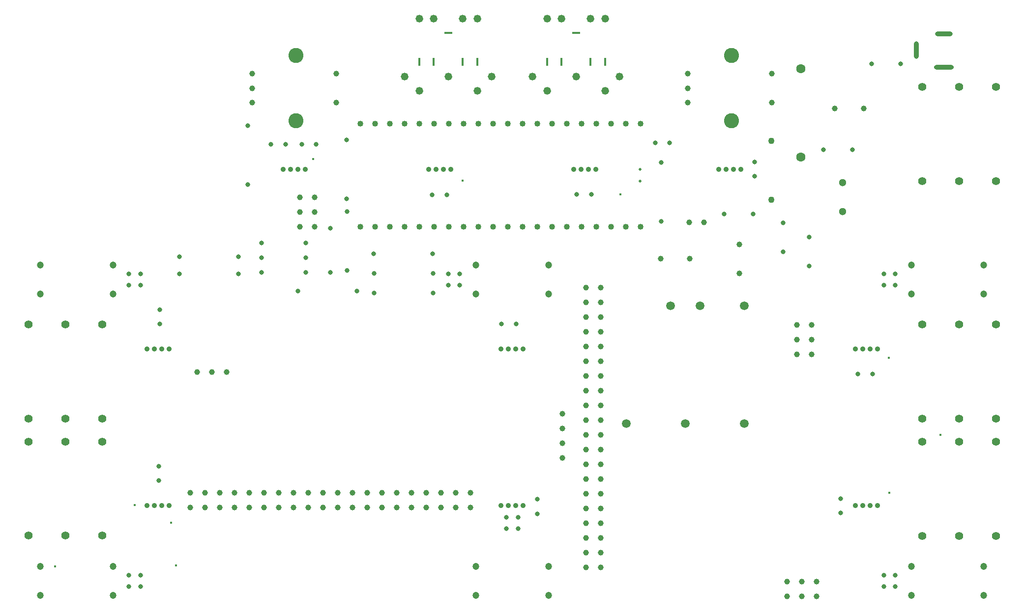
<source format=gbr>
%TF.GenerationSoftware,KiCad,Pcbnew,7.0.7-7.0.7~ubuntu23.04.1*%
%TF.CreationDate,2023-09-10T12:49:34+00:00*%
%TF.ProjectId,pedalboard-hw,70656461-6c62-46f6-9172-642d68772e6b,2.1.0*%
%TF.SameCoordinates,Original*%
%TF.FileFunction,Plated,1,2,PTH,Mixed*%
%TF.FilePolarity,Positive*%
%FSLAX46Y46*%
G04 Gerber Fmt 4.6, Leading zero omitted, Abs format (unit mm)*
G04 Created by KiCad (PCBNEW 7.0.7-7.0.7~ubuntu23.04.1) date 2023-09-10 12:49:34*
%MOMM*%
%LPD*%
G01*
G04 APERTURE LIST*
%TA.AperFunction,ViaDrill*%
%ADD10C,0.400000*%
%TD*%
G04 aperture for slot hole*
%TA.AperFunction,ComponentDrill*%
%ADD11O,0.400000X1.400000*%
%TD*%
G04 aperture for slot hole*
%TA.AperFunction,ComponentDrill*%
%ADD12O,1.400000X0.400000*%
%TD*%
%TA.AperFunction,ComponentDrill*%
%ADD13C,0.508000*%
%TD*%
%TA.AperFunction,ComponentDrill*%
%ADD14C,0.800000*%
%TD*%
G04 aperture for slot hole*
%TA.AperFunction,ComponentDrill*%
%ADD15O,0.800000X3.000000*%
%TD*%
G04 aperture for slot hole*
%TA.AperFunction,ComponentDrill*%
%ADD16O,3.000000X0.800000*%
%TD*%
G04 aperture for slot hole*
%TA.AperFunction,ComponentDrill*%
%ADD17O,3.400000X0.800000*%
%TD*%
%TA.AperFunction,ComponentDrill*%
%ADD18C,0.900000*%
%TD*%
%TA.AperFunction,ComponentDrill*%
%ADD19C,1.000000*%
%TD*%
%TA.AperFunction,ComponentDrill*%
%ADD20C,1.020000*%
%TD*%
%TA.AperFunction,ComponentDrill*%
%ADD21C,1.100000*%
%TD*%
%TA.AperFunction,ComponentDrill*%
%ADD22C,1.200000*%
%TD*%
%TA.AperFunction,ComponentDrill*%
%ADD23C,1.300000*%
%TD*%
%TA.AperFunction,ComponentDrill*%
%ADD24C,1.320800*%
%TD*%
%TA.AperFunction,ComponentDrill*%
%ADD25C,1.400000*%
%TD*%
%TA.AperFunction,ComponentDrill*%
%ADD26C,1.500000*%
%TD*%
%TA.AperFunction,ComponentDrill*%
%ADD27C,1.600000*%
%TD*%
%TA.AperFunction,ComponentDrill*%
%ADD28C,2.600000*%
%TD*%
G04 APERTURE END LIST*
D10*
X26299500Y-116500000D03*
X40000000Y-105900000D03*
X46300000Y-109000000D03*
X47100000Y-116300000D03*
X70700000Y-46200000D03*
X96500000Y-49950000D03*
X123650000Y-52324000D03*
X169900000Y-80500000D03*
X169976800Y-103784400D03*
X178800000Y-93800000D03*
D11*
%TO.C,J17*%
X89000000Y-29500000D03*
X91500000Y-29500000D03*
D12*
X94000000Y-24500000D03*
D11*
X96500000Y-29500000D03*
X99000000Y-29500000D03*
%TO.C,J16*%
X111000000Y-29500000D03*
X113500000Y-29500000D03*
D12*
X116000000Y-24500000D03*
D11*
X118500000Y-29500000D03*
X121000000Y-29500000D03*
D13*
%TO.C,J5*%
X127000000Y-48000000D03*
X127000000Y-50000000D03*
D14*
%TO.C,J22*%
X39000000Y-66000000D03*
X39000000Y-68000000D03*
%TO.C,J23*%
X39000000Y-118000000D03*
X39000000Y-120000000D03*
%TO.C,J22*%
X41000000Y-66000000D03*
X41000000Y-68000000D03*
%TO.C,J23*%
X41000000Y-118000000D03*
X41000000Y-120000000D03*
%TO.C,C9*%
X44155000Y-99200000D03*
X44155000Y-101700000D03*
%TO.C,C6*%
X44355000Y-72200000D03*
X44355000Y-74700000D03*
%TO.C,R3*%
X47695000Y-63050000D03*
%TO.C,R2*%
X47695000Y-66050000D03*
%TO.C,R3*%
X57855000Y-63050000D03*
%TO.C,R2*%
X57855000Y-66050000D03*
%TO.C,L3*%
X59500000Y-40445000D03*
X59500000Y-50605000D03*
%TO.C,U2*%
X61855000Y-60720000D03*
X61855000Y-63260000D03*
X61855000Y-65800000D03*
%TO.C,C1*%
X63475000Y-43700000D03*
X65975000Y-43700000D03*
%TO.C,R1*%
X68120000Y-68980000D03*
%TO.C,C2*%
X68750000Y-43675000D03*
%TO.C,U2*%
X69475000Y-60720000D03*
X69475000Y-63260000D03*
X69475000Y-65800000D03*
%TO.C,C2*%
X71250000Y-43675000D03*
%TO.C,D11*%
X73700000Y-58155000D03*
X73700000Y-65775000D03*
%TO.C,R5*%
X76500000Y-42945000D03*
X76500000Y-53105000D03*
%TO.C,L1*%
X76600000Y-55270000D03*
X76600000Y-65430000D03*
%TO.C,R1*%
X78280000Y-68980000D03*
%TO.C,L2*%
X81120000Y-62575000D03*
%TO.C,L4*%
X81190000Y-65980000D03*
%TO.C,R4*%
X81190000Y-69340000D03*
%TO.C,C3*%
X91250000Y-52400000D03*
%TO.C,L2*%
X91280000Y-62575000D03*
%TO.C,L4*%
X91350000Y-65980000D03*
%TO.C,R4*%
X91350000Y-69340000D03*
%TO.C,C3*%
X93750000Y-52400000D03*
%TO.C,J21*%
X94000000Y-66000000D03*
X94000000Y-68000000D03*
X96000000Y-66000000D03*
X96000000Y-68000000D03*
%TO.C,C7*%
X103200000Y-74700000D03*
%TO.C,J20*%
X104000000Y-108000000D03*
X104000000Y-110000000D03*
%TO.C,C7*%
X105700000Y-74700000D03*
%TO.C,J20*%
X106000000Y-108000000D03*
X106000000Y-110000000D03*
%TO.C,C10*%
X109310000Y-104930000D03*
X109310000Y-107430000D03*
%TO.C,C4*%
X116150000Y-52300000D03*
X118650000Y-52300000D03*
%TO.C,C12*%
X129650000Y-43470000D03*
%TO.C,L5*%
X130700000Y-46820000D03*
X130700000Y-56980000D03*
%TO.C,C12*%
X132150000Y-43470000D03*
%TO.C,C18*%
X141500000Y-55700000D03*
X146500000Y-55700000D03*
%TO.C,C5*%
X146800000Y-46700000D03*
X146800000Y-49200000D03*
%TO.C,C17*%
X151700000Y-57200000D03*
X151700000Y-62200000D03*
%TO.C,C19*%
X156200000Y-59700000D03*
X156200000Y-64700000D03*
%TO.C,C16*%
X158637600Y-44600000D03*
%TO.C,C11*%
X161620000Y-104800000D03*
X161620000Y-107300000D03*
%TO.C,C16*%
X163637600Y-44600000D03*
%TO.C,C8*%
X164570000Y-83300000D03*
%TO.C,F1*%
X166900000Y-29800000D03*
%TO.C,C8*%
X167070000Y-83300000D03*
%TO.C,J18*%
X169000000Y-66000000D03*
X169000000Y-68000000D03*
%TO.C,J19*%
X169000000Y-118000000D03*
X169000000Y-120000000D03*
%TO.C,J18*%
X171000000Y-66000000D03*
X171000000Y-68000000D03*
%TO.C,J19*%
X171000000Y-118000000D03*
X171000000Y-120000000D03*
%TO.C,F1*%
X171900000Y-29800000D03*
D15*
%TO.C,J13*%
X174600000Y-27400000D03*
D16*
X179400000Y-24600000D03*
D17*
X179400000Y-30400000D03*
D18*
%TO.C,D9*%
X42100000Y-79000000D03*
%TO.C,D10*%
X42100000Y-106000000D03*
%TO.C,D9*%
X43370000Y-79000000D03*
%TO.C,D10*%
X43370000Y-106000000D03*
%TO.C,D9*%
X44640000Y-79000000D03*
%TO.C,D10*%
X44640000Y-106000000D03*
%TO.C,D9*%
X45910000Y-79000000D03*
%TO.C,D10*%
X45910000Y-106000000D03*
%TO.C,D1*%
X65600000Y-48000000D03*
X66870000Y-48000000D03*
X68140000Y-48000000D03*
X69410000Y-48000000D03*
%TO.C,D2*%
X90600000Y-48000000D03*
X91870000Y-48000000D03*
X93140000Y-48000000D03*
X94410000Y-48000000D03*
%TO.C,D8*%
X103100000Y-79000000D03*
%TO.C,D7*%
X103100000Y-106000000D03*
%TO.C,D8*%
X104370000Y-79000000D03*
%TO.C,D7*%
X104370000Y-106000000D03*
%TO.C,D8*%
X105640000Y-79000000D03*
%TO.C,D7*%
X105640000Y-106000000D03*
%TO.C,D8*%
X106910000Y-79000000D03*
%TO.C,D7*%
X106910000Y-106000000D03*
%TO.C,D3*%
X115600000Y-48000000D03*
X116870000Y-48000000D03*
X118140000Y-48000000D03*
X119410000Y-48000000D03*
%TO.C,D4*%
X140600000Y-48000000D03*
X141870000Y-48000000D03*
X143140000Y-48000000D03*
X144410000Y-48000000D03*
%TO.C,D5*%
X164100000Y-79000000D03*
%TO.C,D6*%
X164100000Y-106000000D03*
%TO.C,D5*%
X165370000Y-79000000D03*
%TO.C,D6*%
X165370000Y-106000000D03*
%TO.C,D5*%
X166640000Y-79000000D03*
%TO.C,D6*%
X166640000Y-106000000D03*
%TO.C,D5*%
X167910000Y-79000000D03*
%TO.C,D6*%
X167910000Y-106000000D03*
D19*
%TO.C,J7*%
X49590000Y-103780000D03*
X49590000Y-106320000D03*
%TO.C,J4*%
X50785000Y-82962600D03*
%TO.C,J7*%
X52130000Y-103780000D03*
X52130000Y-106320000D03*
%TO.C,J4*%
X53325000Y-82962600D03*
%TO.C,J7*%
X54670000Y-103780000D03*
X54670000Y-106320000D03*
%TO.C,J4*%
X55865000Y-82962600D03*
%TO.C,J7*%
X57210000Y-103780000D03*
X57210000Y-106320000D03*
X59750000Y-103780000D03*
X59750000Y-106320000D03*
%TO.C,SW7*%
X60250000Y-31500000D03*
X60250000Y-34000000D03*
X60250000Y-36500000D03*
%TO.C,J7*%
X62290000Y-103780000D03*
X62290000Y-106320000D03*
X64830000Y-103780000D03*
X64830000Y-106320000D03*
X67370000Y-103780000D03*
X67370000Y-106320000D03*
%TO.C,J15*%
X68460000Y-52850000D03*
X68460000Y-55390000D03*
X68460000Y-57930000D03*
%TO.C,J7*%
X69910000Y-103780000D03*
X69910000Y-106320000D03*
%TO.C,J15*%
X71000000Y-52850000D03*
X71000000Y-55390000D03*
X71000000Y-57930000D03*
%TO.C,J7*%
X72450000Y-103780000D03*
X72450000Y-106320000D03*
%TO.C,SW7*%
X74750000Y-31500000D03*
X74750000Y-36500000D03*
%TO.C,J7*%
X74990000Y-103780000D03*
X74990000Y-106320000D03*
X77530000Y-103780000D03*
X77530000Y-106320000D03*
X80070000Y-103780000D03*
X80070000Y-106320000D03*
X82610000Y-103780000D03*
X82610000Y-106320000D03*
X85150000Y-103780000D03*
X85150000Y-106320000D03*
X87690000Y-103780000D03*
X87690000Y-106320000D03*
X90230000Y-103780000D03*
X90230000Y-106320000D03*
X92770000Y-103780000D03*
X92770000Y-106320000D03*
X95310000Y-103780000D03*
X95310000Y-106320000D03*
X97850000Y-103780000D03*
X97850000Y-106320000D03*
%TO.C,J6*%
X113625000Y-90160000D03*
X113625000Y-92700000D03*
X113625000Y-95240000D03*
X113625000Y-97780000D03*
%TO.C,J8*%
X117710000Y-68375600D03*
X117710000Y-70915600D03*
X117710000Y-73455600D03*
X117710000Y-75995600D03*
X117710000Y-78535600D03*
X117710000Y-81075600D03*
X117710000Y-83615600D03*
X117710000Y-86155600D03*
X117710000Y-88695600D03*
X117710000Y-91235600D03*
X117710000Y-93775600D03*
X117710000Y-96315600D03*
X117710000Y-98855600D03*
X117710000Y-101395600D03*
X117710000Y-103935600D03*
X117710000Y-106475600D03*
X117710000Y-109015600D03*
X117710000Y-111555600D03*
X117710000Y-114095600D03*
X117710000Y-116635600D03*
X120250000Y-68375600D03*
X120250000Y-70915600D03*
X120250000Y-73455600D03*
X120250000Y-75995600D03*
X120250000Y-78535600D03*
X120250000Y-81075600D03*
X120250000Y-83615600D03*
X120250000Y-86155600D03*
X120250000Y-88695600D03*
X120250000Y-91235600D03*
X120250000Y-93775600D03*
X120250000Y-96315600D03*
X120250000Y-98855600D03*
X120250000Y-101395600D03*
X120250000Y-103935600D03*
X120250000Y-106475600D03*
X120250000Y-109015600D03*
X120250000Y-111555600D03*
X120250000Y-114095600D03*
X120250000Y-116635600D03*
%TO.C,C15*%
X130600000Y-63400000D03*
%TO.C,SW8*%
X135250000Y-31500000D03*
X135250000Y-34000000D03*
X135250000Y-36500000D03*
%TO.C,J14*%
X135460000Y-57175000D03*
%TO.C,C15*%
X135600000Y-63400000D03*
%TO.C,J14*%
X138000000Y-57175000D03*
%TO.C,C14*%
X144100000Y-60932323D03*
X144100000Y-65932323D03*
%TO.C,SW8*%
X149750000Y-31500000D03*
X149750000Y-36500000D03*
%TO.C,J8*%
X152380000Y-119150600D03*
X152380000Y-121690600D03*
X154015000Y-74845600D03*
X154015000Y-77385600D03*
X154015000Y-79925600D03*
X154920000Y-119150600D03*
X154920000Y-121690600D03*
X156555000Y-74845600D03*
X156555000Y-77385600D03*
X156555000Y-79925600D03*
X157460000Y-119150600D03*
X157460000Y-121690600D03*
%TO.C,C13*%
X160532323Y-37500000D03*
X165532323Y-37500000D03*
D20*
%TO.C,U1*%
X78870000Y-40110000D03*
X78870000Y-57890000D03*
X81410000Y-40110000D03*
X81410000Y-57890000D03*
X83950000Y-40110000D03*
X83950000Y-57890000D03*
X86490000Y-40110000D03*
X86490000Y-57890000D03*
X89030000Y-40110000D03*
X89030000Y-57890000D03*
X91570000Y-40110000D03*
X91570000Y-57890000D03*
X94110000Y-40110000D03*
X94110000Y-57890000D03*
X96650000Y-40110000D03*
X96650000Y-57890000D03*
X99190000Y-40110000D03*
X99190000Y-57890000D03*
X101730000Y-40110000D03*
X101730000Y-57890000D03*
X104270000Y-40110000D03*
X104270000Y-57890000D03*
X106810000Y-40110000D03*
X106810000Y-57890000D03*
X109350000Y-40110000D03*
X109350000Y-57890000D03*
X111890000Y-40110000D03*
X111890000Y-57890000D03*
X114430000Y-40110000D03*
X114430000Y-57890000D03*
X116970000Y-40110000D03*
X116970000Y-57890000D03*
X119510000Y-40110000D03*
X119510000Y-57890000D03*
X122050000Y-40110000D03*
X122050000Y-57890000D03*
X124590000Y-40110000D03*
X124590000Y-57890000D03*
X127130000Y-40110000D03*
X127130000Y-57890000D03*
D21*
%TO.C,D13*%
X149606000Y-43078400D03*
X149606000Y-53238400D03*
D22*
%TO.C,SW1*%
X23750000Y-64500000D03*
X23750000Y-69500000D03*
%TO.C,SW4*%
X23750000Y-116500000D03*
X23750000Y-121500000D03*
%TO.C,SW1*%
X36250000Y-64500000D03*
X36250000Y-69500000D03*
%TO.C,SW4*%
X36250000Y-116500000D03*
X36250000Y-121500000D03*
%TO.C,SW2*%
X98750000Y-64500000D03*
X98750000Y-69500000D03*
%TO.C,SW5*%
X98750000Y-116500000D03*
X98750000Y-121500000D03*
%TO.C,SW2*%
X111250000Y-64500000D03*
X111250000Y-69500000D03*
%TO.C,SW5*%
X111250000Y-116500000D03*
X111250000Y-121500000D03*
%TO.C,SW3*%
X173750000Y-64500000D03*
X173750000Y-69500000D03*
%TO.C,SW6*%
X173750000Y-116500000D03*
X173750000Y-121500000D03*
%TO.C,SW3*%
X186250000Y-64500000D03*
X186250000Y-69500000D03*
%TO.C,SW6*%
X186250000Y-116500000D03*
X186250000Y-121500000D03*
D23*
%TO.C,L6*%
X161900000Y-50300000D03*
X161900000Y-55300000D03*
D24*
%TO.C,J2*%
X86505500Y-32000000D03*
X89005500Y-22000000D03*
X89005500Y-34500000D03*
X91505500Y-22000000D03*
X94005500Y-32000000D03*
X96505500Y-22000000D03*
X99005500Y-22000000D03*
X99005500Y-34500000D03*
X101505500Y-32000000D03*
%TO.C,J1*%
X108500000Y-32000000D03*
X111000000Y-22000000D03*
X111000000Y-34500000D03*
X113500000Y-22000000D03*
X116000000Y-32000000D03*
X118500000Y-22000000D03*
X121000000Y-22000000D03*
X121000000Y-34500000D03*
X123500000Y-32000000D03*
D25*
%TO.C,J12*%
X21700000Y-94970000D03*
X21700000Y-111200000D03*
%TO.C,J11*%
X21735000Y-74770000D03*
X21735000Y-91000000D03*
%TO.C,J12*%
X28050000Y-94970000D03*
X28050000Y-111200000D03*
%TO.C,J11*%
X28085000Y-74770000D03*
X28085000Y-91000000D03*
%TO.C,J12*%
X34400000Y-94970000D03*
X34400000Y-111200000D03*
%TO.C,J11*%
X34435000Y-74770000D03*
X34435000Y-91000000D03*
%TO.C,J9*%
X175600000Y-74780000D03*
X175600000Y-91010000D03*
%TO.C,J10*%
X175600000Y-94995000D03*
X175600000Y-111225000D03*
%TO.C,J3*%
X175615000Y-33800000D03*
X175615000Y-50030000D03*
%TO.C,J9*%
X181950000Y-74780000D03*
X181950000Y-91010000D03*
%TO.C,J10*%
X181950000Y-94995000D03*
X181950000Y-111225000D03*
%TO.C,J3*%
X181965000Y-33800000D03*
X181965000Y-50030000D03*
%TO.C,J9*%
X188300000Y-74780000D03*
X188300000Y-91010000D03*
%TO.C,J10*%
X188300000Y-94995000D03*
X188300000Y-111225000D03*
%TO.C,J3*%
X188315000Y-33800000D03*
X188315000Y-50030000D03*
D26*
%TO.C,PS1*%
X124640000Y-91840000D03*
X132260000Y-71520000D03*
X134800000Y-91840000D03*
X137340000Y-71520000D03*
X144960000Y-71520000D03*
X144960000Y-91840000D03*
D27*
%TO.C,D12*%
X154700000Y-30660000D03*
X154700000Y-45900000D03*
D28*
%TO.C,SW7*%
X67750000Y-28400000D03*
X67750000Y-39600000D03*
%TO.C,SW8*%
X142750000Y-28400000D03*
X142750000Y-39600000D03*
M02*

</source>
